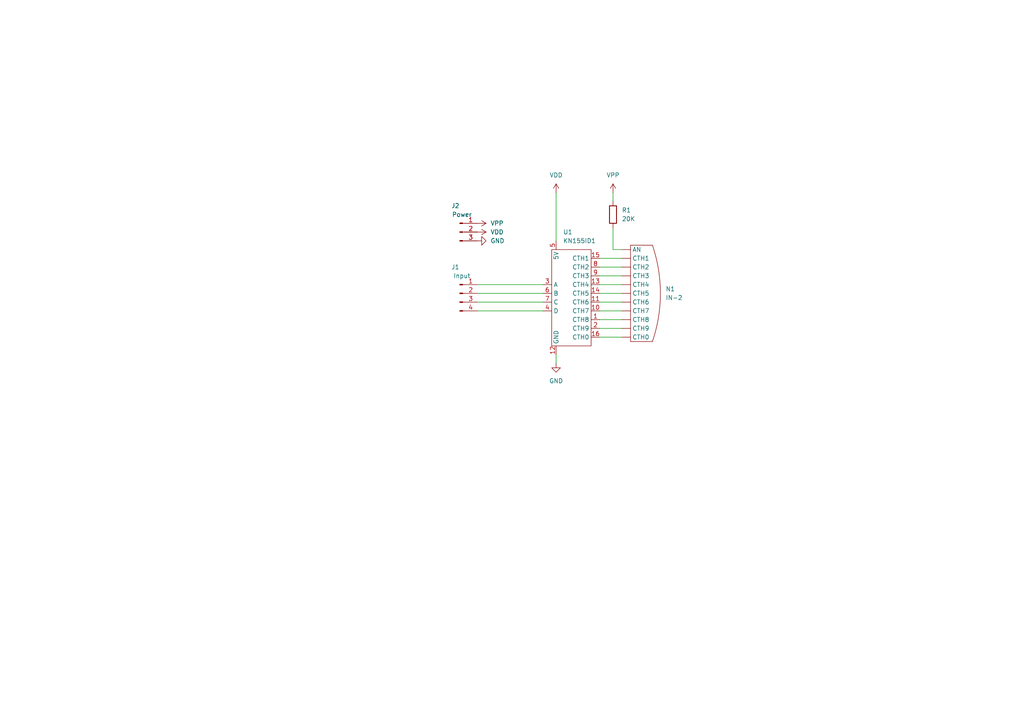
<source format=kicad_sch>
(kicad_sch (version 20211123) (generator eeschema)
  (paper "A4")
  (lib_symbols
    (symbol "Connector:Conn_01x03_Male" (pin_names (offset 1.016) hide)
      (property "Reference" "J" (at 0 5.08 0))
      (property "Value" "Conn_01x03_Male" (at 0 -5.08 0))
      (symbol "Conn_01x03_Male_1_1"
        (polyline (pts (xy 1.27 -2.54) (xy 0.8636 -2.54)) (stroke (width 0.1524)))
        (polyline (pts (xy 1.27 0) (xy 0.8636 0)) (stroke (width 0.1524)))
        (polyline (pts (xy 1.27 2.54) (xy 0.8636 2.54)) (stroke (width 0.1524)))
        (rectangle (start 0.8636 -2.413) (end 0 -2.667) (stroke (width 0.1524)) (fill (type outline)))
        (rectangle (start 0.8636 0.127) (end 0 -0.127) (stroke (width 0.1524)) (fill (type outline)))
        (rectangle (start 0.8636 2.667) (end 0 2.413) (stroke (width 0.1524)) (fill (type outline)))
        (pin passive line (at 5.08 2.54 180) (length 3.81) (name "Pin_1") (number "1"))
        (pin passive line (at 5.08 0 180) (length 3.81) (name "Pin_2") (number "2"))
        (pin passive line (at 5.08 -2.54 180) (length 3.81) (name "Pin_3") (number "3"))
      )
    )
    (symbol "Connector:Conn_01x04_Male" (pin_names (offset 1.016) hide)
      (property "Reference" "J" (at 0 5.08 0))
      (property "Value" "Conn_01x04_Male" (at 0 -7.62 0))
      (symbol "Conn_01x04_Male_1_1"
        (polyline (pts (xy 1.27 -5.08) (xy 0.8636 -5.08)) (stroke (width 0.1524)))
        (polyline (pts (xy 1.27 -2.54) (xy 0.8636 -2.54)) (stroke (width 0.1524)))
        (polyline (pts (xy 1.27 0) (xy 0.8636 0)) (stroke (width 0.1524)))
        (polyline (pts (xy 1.27 2.54) (xy 0.8636 2.54)) (stroke (width 0.1524)))
        (rectangle (start 0.8636 -4.953) (end 0 -5.207) (stroke (width 0.1524)) (fill (type outline)))
        (rectangle (start 0.8636 -2.413) (end 0 -2.667) (stroke (width 0.1524)) (fill (type outline)))
        (rectangle (start 0.8636 0.127) (end 0 -0.127) (stroke (width 0.1524)) (fill (type outline)))
        (rectangle (start 0.8636 2.667) (end 0 2.413) (stroke (width 0.1524)) (fill (type outline)))
        (pin passive line (at 5.08 2.54 180) (length 3.81) (name "Pin_1") (number "1"))
        (pin passive line (at 5.08 0 180) (length 3.81) (name "Pin_2") (number "2"))
        (pin passive line (at 5.08 -2.54 180) (length 3.81) (name "Pin_3") (number "3"))
        (pin passive line (at 5.08 -5.08 180) (length 3.81) (name "Pin_4") (number "4"))
      )
    )
    (symbol "Device:R" (pin_numbers hide) (pin_names (offset 0))
      (property "Reference" "R" (at 2.032 0 90))
      (property "Value" "R" (at 0 0 90))
      (symbol "R_0_1"
        (rectangle (start -1.016 -2.54) (end 1.016 2.54) (stroke (width 0.254)))
      )
      (symbol "R_1_1"
        (pin passive line (at 0 3.81 270) (length 1.27) (name "~") (number "1"))
        (pin passive line (at 0 -3.81 90) (length 1.27) (name "~") (number "2"))
      )
    )
    (symbol "Nixie_driver:KN155ID1"
      (property "Reference" "U1" (at -1.7906 19.05 0))
      (property "Value" "KN155ID1" (at -1.7906 16.51 0))
      (symbol "KN155ID1_0_1"
        (rectangle (start -5.08 13.97) (end 6.35 -13.97))
      )
      (symbol "KN155ID1_1_1"
        (pin output line (at 8.89 -6.35 180) (length 2.54) (name "CTH8") (number "1"))
        (pin output line (at 8.89 -3.81 180) (length 2.54) (name "CTH7") (number "10"))
        (pin output line (at 8.89 -1.27 180) (length 2.54) (name "CTH6") (number "11"))
        (pin power_in line (at -3.81 -16.51 90) (length 2.54) (name "GND") (number "12"))
        (pin output line (at 8.89 3.81 180) (length 2.54) (name "CTH4") (number "13"))
        (pin output line (at 8.89 1.27 180) (length 2.54) (name "CTH5") (number "14"))
        (pin output line (at 8.89 11.43 180) (length 2.54) (name "CTH1") (number "15"))
        (pin output line (at 8.89 -11.43 180) (length 2.54) (name "CTH0") (number "16"))
        (pin output line (at 8.89 -8.89 180) (length 2.54) (name "CTH9") (number "2"))
        (pin input line (at -7.62 3.81 0) (length 2.54) (name "A") (number "3"))
        (pin input line (at -7.62 -3.81 0) (length 2.54) (name "D") (number "4"))
        (pin power_in line (at -3.81 16.51 270) (length 2.54) (name "5V") (number "5"))
        (pin input line (at -7.62 1.27 0) (length 2.54) (name "B") (number "6"))
        (pin input line (at -7.62 -1.27 0) (length 2.54) (name "C") (number "7"))
        (pin output line (at 8.89 8.89 180) (length 2.54) (name "CTH2") (number "8"))
        (pin output line (at 8.89 6.35 180) (length 2.54) (name "CTH3") (number "9"))
      )
    )
    (symbol "Nixie_tubes:IN-2" (pin_numbers hide)
      (property "Reference" "N" (at 6.35 -10.16 0))
      (property "Value" "IN-2" (at 7.62 -12.7 0))
      (symbol "IN-2_0_1"
        (polyline (pts (xy -3.81 16.51) (xy 2.54 16.51)))
        (polyline (pts (xy -3.81 16.51) (xy -3.81 -11.43) (xy 2.54 -11.43)))
        (arc (start 2.54 -11.43) (mid 4.8523 2.54) (end 2.54 16.51))
      )
      (symbol "IN-2_1_1"
        (pin passive line (at -6.35 12.7 0) (length 2.54) (name "CTH1") (number "1"))
        (pin passive line (at -6.35 -10.16 0) (length 2.54) (name "CTH0") (number "10"))
        (pin power_in line (at -6.35 15.24 0) (length 2.54) (name "AN") (number "11"))
        (pin passive line (at -6.35 10.16 0) (length 2.54) (name "CTH2") (number "2"))
        (pin passive line (at -6.35 7.62 0) (length 2.54) (name "CTH3") (number "3"))
        (pin passive line (at -6.35 5.08 0) (length 2.54) (name "CTH4") (number "4"))
        (pin passive line (at -6.35 2.54 0) (length 2.54) (name "CTH5") (number "5"))
        (pin passive line (at -6.35 0 0) (length 2.54) (name "CTH6") (number "6"))
        (pin passive line (at -6.35 -2.54 0) (length 2.54) (name "CTH7") (number "7"))
        (pin passive line (at -6.35 -5.08 0) (length 2.54) (name "CTH8") (number "8"))
        (pin passive line (at -6.35 -7.62 0) (length 2.54) (name "CTH9") (number "9"))
      )
    )
    (symbol "power:GND" (power) (pin_names (offset 0))
      (property "Value" "GND" (at 0 -3.81 0))
      (symbol "GND_0_1"
        (polyline (pts (xy 0 0) (xy 0 -1.27) (xy 1.27 -1.27) (xy 0 -2.54) (xy -1.27 -1.27) (xy 0 -1.27)))
      )
      (symbol "GND_1_1"
        (pin power_in line (at 0 0 270) (length 0) hide (name "GND") (number "1"))
      )
    )
    (symbol "power:VDD" (power) (pin_names (offset 0))
      (property "Value" "VDD" (at 0 3.81 0))
      (symbol "VDD_0_1"
        (polyline (pts (xy -0.762 1.27) (xy 0 2.54)))
        (polyline (pts (xy 0 0) (xy 0 2.54)))
        (polyline (pts (xy 0 2.54) (xy 0.762 1.27)))
      )
      (symbol "VDD_1_1"
        (pin power_in line (at 0 0 90) (length 0) hide (name "VDD") (number "1"))
      )
    )
    (symbol "power:VPP" (power) (pin_names (offset 0))
      (property "Value" "VPP" (at 0 3.81 0))
      (symbol "VPP_0_1"
        (polyline (pts (xy -0.762 1.27) (xy 0 2.54)))
        (polyline (pts (xy 0 0) (xy 0 2.54)))
        (polyline (pts (xy 0 2.54) (xy 0.762 1.27)))
      )
      (symbol "VPP_1_1"
        (pin power_in line (at 0 0 90) (length 0) hide (name "VPP") (number "1"))
      )
    )
  )
  (wire (pts (xy 173.99 90.17) (xy 180.34 90.17)))
  (wire (pts (xy 173.99 80.01) (xy 180.34 80.01)))
  (wire (pts (xy 173.99 85.09) (xy 180.34 85.09)))
  (wire (pts (xy 177.8 66.04) (xy 177.8 72.39)))
  (wire (pts (xy 161.29 102.87) (xy 161.29 105.41)))
  (wire (pts (xy 177.8 55.88) (xy 177.8 58.42)))
  (wire (pts (xy 173.99 95.25) (xy 180.34 95.25)))
  (wire (pts (xy 173.99 82.55) (xy 180.34 82.55)))
  (wire (pts (xy 138.43 87.63) (xy 157.48 87.63)))
  (wire (pts (xy 173.99 87.63) (xy 180.34 87.63)))
  (wire (pts (xy 138.43 82.55) (xy 157.48 82.55)))
  (wire (pts (xy 173.99 97.79) (xy 180.34 97.79)))
  (wire (pts (xy 138.43 90.17) (xy 157.48 90.17)))
  (wire (pts (xy 138.43 85.09) (xy 157.48 85.09)))
  (wire (pts (xy 173.99 74.93) (xy 180.34 74.93)))
  (wire (pts (xy 173.99 92.71) (xy 180.34 92.71)))
  (wire (pts (xy 177.8 72.39) (xy 180.34 72.39)))
  (wire (pts (xy 173.99 77.47) (xy 180.34 77.47)))
  (wire (pts (xy 161.29 55.88) (xy 161.29 69.85)))
  (symbol (lib_id "power:GND") (at 138.43 69.85 90) (unit 1)
    (property "Reference" "#PWR?" (effects hide))
    (property "Value" "GND" (at 142.24 69.8499 90) (effects (justify right)))
  )
  (symbol (lib_id "power:VDD") (at 161.29 55.88 0) (unit 1)
    (property "Reference" "#PWR?" (effects hide))
    (property "Value" "VDD" (at 161.29 50.8 0))
  )
  (symbol (lib_id "power:VDD") (at 138.43 67.31 270) (unit 1)
    (property "Reference" "#PWR?" (effects hide))
    (property "Value" "VDD" (at 142.24 67.3099 90) (effects (justify left)))
  )
  (symbol (lib_id "Connector:Conn_01x04_Male") (at 133.35 85.09 0) (unit 1)
    (property "Reference" "J1" (at 132.08 77.47 0))
    (property "Value" "Input" (at 133.985 80.01 0))
  )
  (symbol (lib_id "Device:R") (at 177.8 62.23 0) (unit 1)
    (property "Reference" "R1" (at 180.34 60.9599 0) (effects (justify left)))
    (property "Value" "20K" (at 180.34 63.4999 0) (effects (justify left)))
  )
  (symbol (lib_id "power:VPP") (at 177.8 55.88 0) (unit 1)
    (property "Reference" "#PWR?" (effects hide))
    (property "Value" "VPP" (at 177.8 50.8 0))
  )
  (symbol (lib_id "power:VPP") (at 138.43 64.77 270) (unit 1)
    (property "Reference" "#PWR?" (effects hide))
    (property "Value" "VPP" (at 142.24 64.7699 90) (effects (justify left)))
  )
  (symbol (lib_id "Nixie_tubes:IN-2") (at 186.69 87.63 0) (unit 1)
    (property "Reference" "N1" (at 193.04 83.8199 0) (effects (justify left)))
    (property "Value" "IN-2" (at 193.04 86.3599 0) (effects (justify left)))
    (property "Footprint" "Nixie_tubes:IN-2_nixie_tube-socketed" (effects hide))
  )
  (symbol (lib_id "power:GND") (at 161.29 105.41 0) (unit 1)
    (property "Reference" "#PWR?" (effects hide))
    (property "Value" "GND" (at 161.29 110.49 0))
  )
  (symbol (lib_id "Nixie_driver:KN155ID1") (at 165.1 86.36 0) (unit 1)
    (property "Reference" "U1" (at 163.3094 67.31 0) (effects (justify left)))
    (property "Value" "KN155ID1" (at 163.3094 69.85 0) (effects (justify left)))
  )
  (symbol (lib_id "Connector:Conn_01x03_Male") (at 133.35 67.31 0) (unit 1)
    (property "Reference" "J2" (at 132.08 59.69 0))
    (property "Value" "Power" (at 133.985 62.23 0))
  )
)
</source>
